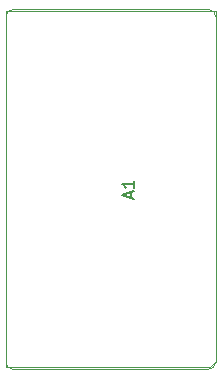
<source format=gbr>
%TF.GenerationSoftware,KiCad,Pcbnew,5.1.5+dfsg1-2~bpo10+1*%
%TF.CreationDate,Date%
%TF.ProjectId,ProMicro_TEST,50726f4d-6963-4726-9f5f-544553542e6b,v1.0*%
%TF.SameCoordinates,Original*%
%TF.FileFunction,Other,Fab,Top*%
%FSLAX45Y45*%
G04 Gerber Fmt 4.5, Leading zero omitted, Abs format (unit mm)*
G04 Created by KiCad*
%MOMM*%
%LPD*%
G04 APERTURE LIST*
%ADD10C,0.100000*%
%ADD11C,0.150000*%
G04 APERTURE END LIST*
D10*
X127000Y2857500D02*
X127000Y-63500D01*
X-1651000Y-63500D02*
X-1651000Y2857500D01*
X-1587500Y-127000D02*
G75*
G02X-1651000Y-63500I0J63500D01*
G01*
X127000Y-63500D02*
G75*
G02X63500Y-127000I-63500J0D01*
G01*
X63500Y2921000D02*
G75*
G02X127000Y2857500I0J-63500D01*
G01*
X-1651000Y2857500D02*
G75*
G02X-1587500Y2921000I63500J0D01*
G01*
X63500Y-127000D02*
X-1587500Y-127000D01*
X-1587500Y2921000D02*
X63500Y2921000D01*
X-1650000Y2905000D02*
X127000Y2905000D01*
X127000Y2905000D02*
X127000Y-60000D01*
X80000Y-110000D02*
X127000Y-60000D01*
X80000Y-110000D02*
X-1650000Y-110000D01*
X-1650000Y-110000D02*
X-1650000Y2905000D01*
D11*
X-592933Y1325572D02*
X-592933Y1373191D01*
X-564362Y1316048D02*
X-664362Y1349381D01*
X-564362Y1382714D01*
X-564362Y1468429D02*
X-564362Y1411286D01*
X-564362Y1439857D02*
X-664362Y1439857D01*
X-650076Y1430333D01*
X-640552Y1420810D01*
X-635791Y1411286D01*
M02*

</source>
